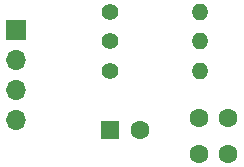
<source format=gbr>
%TF.GenerationSoftware,KiCad,Pcbnew,7.0.10*%
%TF.CreationDate,2024-05-09T00:22:21+08:00*%
%TF.ProjectId,pcb.rescue,7063622e-7265-4736-9375-652e6b696361,rev?*%
%TF.SameCoordinates,Original*%
%TF.FileFunction,Soldermask,Bot*%
%TF.FilePolarity,Negative*%
%FSLAX46Y46*%
G04 Gerber Fmt 4.6, Leading zero omitted, Abs format (unit mm)*
G04 Created by KiCad (PCBNEW 7.0.10) date 2024-05-09 00:22:21*
%MOMM*%
%LPD*%
G01*
G04 APERTURE LIST*
%ADD10C,1.400000*%
%ADD11O,1.400000X1.400000*%
%ADD12C,1.600000*%
%ADD13R,1.600000X1.600000*%
%ADD14R,1.700000X1.700000*%
%ADD15O,1.700000X1.700000*%
G04 APERTURE END LIST*
D10*
%TO.C,R3*%
X141000000Y-83000000D03*
D11*
X148620000Y-83000000D03*
%TD*%
D12*
%TO.C,C1*%
X151000000Y-95000000D03*
X148500000Y-95000000D03*
%TD*%
D10*
%TO.C,R2*%
X141000000Y-88000000D03*
D11*
X148620000Y-88000000D03*
%TD*%
D12*
%TO.C,C3*%
X151000000Y-92000000D03*
X148500000Y-92000000D03*
%TD*%
D13*
%TO.C,C2*%
X141000000Y-93000000D03*
D12*
X143500000Y-93000000D03*
%TD*%
D10*
%TO.C,R1*%
X141000000Y-85500000D03*
D11*
X148620000Y-85500000D03*
%TD*%
D14*
%TO.C,J1*%
X133000000Y-84500000D03*
D15*
X133000000Y-87040000D03*
X133000000Y-89580000D03*
X133000000Y-92120000D03*
%TD*%
M02*

</source>
